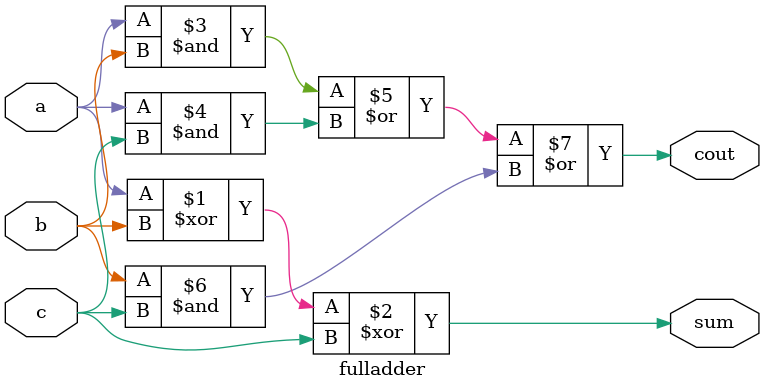
<source format=sv>
module silly (input  logic a, b, c, output logic sum, cout);
   
  assign y = ~b & ~c | a & ~b;
   
endmodule
module fulladder (input logic a, b, c, output logic sum, cout);

assign sum=a^b^c;

assign cout=a&b|a&c|b&c;

endmodule
</source>
